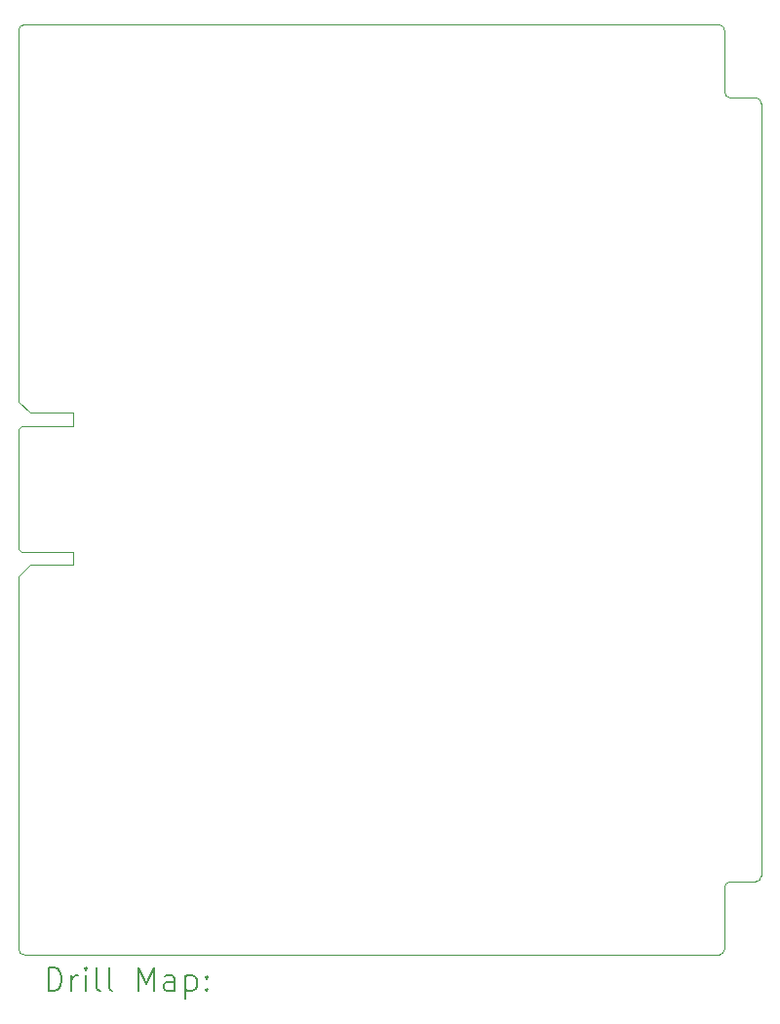
<source format=gbr>
%TF.GenerationSoftware,KiCad,Pcbnew,8.0.7*%
%TF.CreationDate,2025-04-08T18:23:25-04:00*%
%TF.ProjectId,accessory_v4,61636365-7373-46f7-9279-5f76342e6b69,rev?*%
%TF.SameCoordinates,Original*%
%TF.FileFunction,Drillmap*%
%TF.FilePolarity,Positive*%
%FSLAX45Y45*%
G04 Gerber Fmt 4.5, Leading zero omitted, Abs format (unit mm)*
G04 Created by KiCad (PCBNEW 8.0.7) date 2025-04-08 18:23:25*
%MOMM*%
%LPD*%
G01*
G04 APERTURE LIST*
%ADD10C,0.010000*%
%ADD11C,0.200000*%
G04 APERTURE END LIST*
D10*
X6233000Y-7440000D02*
X6450000Y-7440000D01*
X6233000Y-635000D02*
G75*
G02*
X6181000Y-587000I-2000J50000D01*
G01*
X100000Y-8075000D02*
G75*
G02*
X50000Y-8025000I771J50771D01*
G01*
X6450000Y-635000D02*
G75*
G02*
X6500000Y-686000I-500J-50500D01*
G01*
X6181000Y-8025000D02*
G75*
G02*
X6133000Y-8075000I-49000J-1000D01*
G01*
X50000Y-8025000D02*
X50000Y-4790000D01*
X6181000Y-7488000D02*
G75*
G02*
X6233000Y-7440000I50000J-2000D01*
G01*
X6500000Y-686000D02*
X6500000Y-7390000D01*
X6181000Y-8025000D02*
X6181000Y-7488000D01*
X6233000Y-635000D02*
X6450000Y-635000D01*
X6181000Y-50000D02*
X6181000Y-587000D01*
X100000Y0D02*
X6133000Y0D01*
X6133000Y0D02*
G75*
G02*
X6181000Y-50000I-1000J-49000D01*
G01*
X6500000Y-7390000D02*
G75*
G02*
X6450000Y-7440000I-50000J0D01*
G01*
X100000Y-8075000D02*
X6133000Y-8075000D01*
X50000Y-50000D02*
G75*
G02*
X100000Y0I50771J-771D01*
G01*
X50000Y-3270000D02*
X50000Y-50000D01*
X50000Y-3510000D02*
X75000Y-3485000D01*
X50000Y-4550000D02*
X50000Y-3510000D01*
X50000Y-4550000D02*
X75000Y-4575000D01*
X75000Y-3485000D02*
X520000Y-3485000D01*
X150000Y-3370000D02*
X50000Y-3270000D01*
X150000Y-4690000D02*
X50000Y-4790000D01*
X520000Y-3370000D02*
X150000Y-3370000D01*
X520000Y-3485000D02*
X520000Y-3370000D01*
X520000Y-4575000D02*
X75000Y-4575000D01*
X520000Y-4575000D02*
X520000Y-4690000D01*
X520000Y-4690000D02*
X150000Y-4690000D01*
D11*
X310277Y-8386984D02*
X310277Y-8186984D01*
X310277Y-8186984D02*
X357896Y-8186984D01*
X357896Y-8186984D02*
X386467Y-8196508D01*
X386467Y-8196508D02*
X405515Y-8215555D01*
X405515Y-8215555D02*
X415039Y-8234603D01*
X415039Y-8234603D02*
X424562Y-8272698D01*
X424562Y-8272698D02*
X424562Y-8301269D01*
X424562Y-8301269D02*
X415039Y-8339365D01*
X415039Y-8339365D02*
X405515Y-8358412D01*
X405515Y-8358412D02*
X386467Y-8377460D01*
X386467Y-8377460D02*
X357896Y-8386984D01*
X357896Y-8386984D02*
X310277Y-8386984D01*
X510277Y-8386984D02*
X510277Y-8253650D01*
X510277Y-8291746D02*
X519801Y-8272698D01*
X519801Y-8272698D02*
X529324Y-8263174D01*
X529324Y-8263174D02*
X548372Y-8253650D01*
X548372Y-8253650D02*
X567420Y-8253650D01*
X634086Y-8386984D02*
X634086Y-8253650D01*
X634086Y-8186984D02*
X624563Y-8196508D01*
X624563Y-8196508D02*
X634086Y-8206031D01*
X634086Y-8206031D02*
X643610Y-8196508D01*
X643610Y-8196508D02*
X634086Y-8186984D01*
X634086Y-8186984D02*
X634086Y-8206031D01*
X757896Y-8386984D02*
X738848Y-8377460D01*
X738848Y-8377460D02*
X729324Y-8358412D01*
X729324Y-8358412D02*
X729324Y-8186984D01*
X862658Y-8386984D02*
X843610Y-8377460D01*
X843610Y-8377460D02*
X834086Y-8358412D01*
X834086Y-8358412D02*
X834086Y-8186984D01*
X1091229Y-8386984D02*
X1091229Y-8186984D01*
X1091229Y-8186984D02*
X1157896Y-8329841D01*
X1157896Y-8329841D02*
X1224563Y-8186984D01*
X1224563Y-8186984D02*
X1224563Y-8386984D01*
X1405515Y-8386984D02*
X1405515Y-8282222D01*
X1405515Y-8282222D02*
X1395991Y-8263174D01*
X1395991Y-8263174D02*
X1376944Y-8253650D01*
X1376944Y-8253650D02*
X1338848Y-8253650D01*
X1338848Y-8253650D02*
X1319801Y-8263174D01*
X1405515Y-8377460D02*
X1386467Y-8386984D01*
X1386467Y-8386984D02*
X1338848Y-8386984D01*
X1338848Y-8386984D02*
X1319801Y-8377460D01*
X1319801Y-8377460D02*
X1310277Y-8358412D01*
X1310277Y-8358412D02*
X1310277Y-8339365D01*
X1310277Y-8339365D02*
X1319801Y-8320317D01*
X1319801Y-8320317D02*
X1338848Y-8310793D01*
X1338848Y-8310793D02*
X1386467Y-8310793D01*
X1386467Y-8310793D02*
X1405515Y-8301269D01*
X1500753Y-8253650D02*
X1500753Y-8453650D01*
X1500753Y-8263174D02*
X1519801Y-8253650D01*
X1519801Y-8253650D02*
X1557896Y-8253650D01*
X1557896Y-8253650D02*
X1576943Y-8263174D01*
X1576943Y-8263174D02*
X1586467Y-8272698D01*
X1586467Y-8272698D02*
X1595991Y-8291746D01*
X1595991Y-8291746D02*
X1595991Y-8348888D01*
X1595991Y-8348888D02*
X1586467Y-8367936D01*
X1586467Y-8367936D02*
X1576943Y-8377460D01*
X1576943Y-8377460D02*
X1557896Y-8386984D01*
X1557896Y-8386984D02*
X1519801Y-8386984D01*
X1519801Y-8386984D02*
X1500753Y-8377460D01*
X1681705Y-8367936D02*
X1691229Y-8377460D01*
X1691229Y-8377460D02*
X1681705Y-8386984D01*
X1681705Y-8386984D02*
X1672182Y-8377460D01*
X1672182Y-8377460D02*
X1681705Y-8367936D01*
X1681705Y-8367936D02*
X1681705Y-8386984D01*
X1681705Y-8263174D02*
X1691229Y-8272698D01*
X1691229Y-8272698D02*
X1681705Y-8282222D01*
X1681705Y-8282222D02*
X1672182Y-8272698D01*
X1672182Y-8272698D02*
X1681705Y-8263174D01*
X1681705Y-8263174D02*
X1681705Y-8282222D01*
M02*

</source>
